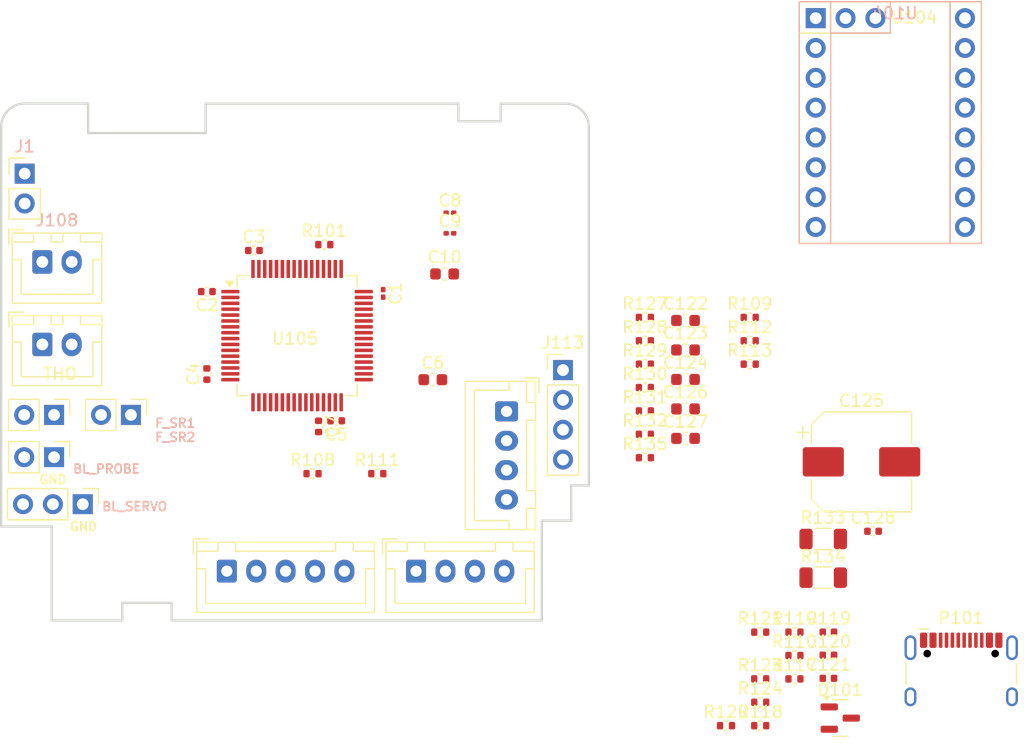
<source format=kicad_pcb>
(kicad_pcb (version 20241229) (generator "pcbnew") (generator_version "9.0")
  (layers (0 "F.Cu" signal) (2 "B.Cu" signal) (13 "F.Paste" user) (15 "B.Paste" user) (5 "F.SilkS" user "F.Silkscreen") (7 "B.SilkS" user "B.Silkscreen") (1 "F.Mask" user) (3 "B.Mask" user) (25 "Edge.Cuts" user))
  (net 0 "")
  (net 1 "GND")
  (net 2 "+24V")
  (net 3 "+3V3")
  (net 4 "Net-(J1-Pin_1)")
  (net 5 "GND3")
  (net 6 "/mainio/FIL_SNS2")
  (net 7 "/accelerometer/SDA")
  (net 8 "/accelerometer/SCL")
  (net 9 "/mainio/PCF_TACH")
  (net 10 "/mainio/BL_SERVO")
  (net 11 "/mainio/SPARE_FAN_TACH")
  (net 12 "/mainio/FIL_SNS1")
  (net 13 "/mainio/BL_PROBE")
  (net 14 "/mainio/SPARE_FAN_PWM")
  (net 15 "VBUS")
  (net 16 "/mainio/EXF_PWM")
  (net 17 "/mainio/THO")
  (net 18 "/mainio/HE_SIG")
  (net 19 "/mainio/EXF_TACH")
  (net 20 "/mainio/PCF_PWM")
  (net 21 "3V3")
  (net 22 "+5V")
  (net 23 "+3.3VADC")
  (net 24 "/power/USB_D+")
  (net 25 "/power/USB_D-")
  (net 26 "/mcu_stm32/MT_UART_TX")
  (net 27 "/mcu_stm32/MT_UART_RX")
  (net 28 "/mcu_stm32/MT_STEP")
  (net 29 "/mcu_stm32/MT_DIR")
  (net 30 "/mcu_stm32/MT_ENABLE")
  (net 31 "/mcu_stm32/MT_DIAG")
  (net 32 "+3V3A")
  (net 33 "/mcu_stm32/USB_D+")
  (net 34 "/mcu_stm32/SWDIO")
  (net 35 "/mcu_stm32/USB_D-")
  (net 36 "/mcu_stm32/FIL_SNS_ADC")
  (net 37 "/mcu_stm32/THO")
  (net 38 "/mcu_stm32/SWCLK")
  (net 39 "Net-(C119-Pad1)")
  (net 40 "Net-(C120-Pad1)")
  (net 41 "Net-(U104-CPI)")
  (net 42 "Net-(U104-CPO)")
  (net 43 "Net-(U104-VCP)")
  (net 44 "Net-(D101-K-Pad3)")
  (net 45 "Net-(EXM101-Pin_4)")
  (net 46 "Net-(EXM101-Pin_3)")
  (net 47 "Net-(EXM101-Pin_1)")
  (net 48 "Net-(EXM101-Pin_2)")
  (net 49 "Net-(J104-Pin_1)")
  (net 50 "Net-(J105-Pin_2)")
  (net 52 "Net-(J106-Pin_2)")
  (net 53 "Net-(J107-Pin_4)")
  (net 55 "Net-(J107-Pin_5)")
  (net 56 "Net-(J108-Pin_2)")
  (net 57 "Net-(J109-Pin_3)")
  (net 58 "Net-(J109-Pin_4)")
  (net 59 "Net-(P101-CC)")
  (net 60 "Net-(U104-CLK)")
  (net 61 "Net-(U104-~{EN})")
  (net 62 "Net-(U104-STEP)")
  (net 63 "Net-(U104-DIR)")
  (net 64 "Net-(U104-BRA)")
  (net 65 "Net-(U104-BRB)")
  (net 66 "Net-(U104-DIAG)")
  (net 73 "Net-(U105-VREF+)")
  (net 82 "Net-(U105-PF0)")
  (net 85 "Net-(U105-PB8)")
  (net 89 "Net-(U105-PF1)")
  (net 90 "Net-(J114-Pin_1)")
  (footprint "Capacitor_SMD:C_0402_1005Metric" (layer "F.Cu") (at 78.5 87 180)
    (property "Reference" "C5" (at 0 -1.16 0) (layer "F.SilkS"))
    (property "Value" "100nF")
    (pad "1" smd roundrect (at -0.48 0 180) (size 0.56 0.62) (layers "F.Cu" "F.Mask" "F.Paste") (net 3 "+3V3"))
    (pad "2" smd roundrect (at 0.48 0 180) (size 0.56 0.62) (layers "F.Cu" "F.Mask" "F.Paste") (net 1 "GND"))
  )
  (footprint "Resistor_SMD:R_0402_1005Metric" (layer "F.Cu") (at 117.49 106.985)
    (property "Reference" "R110" (at 0 -1.17 0) (layer "F.SilkS"))
    (property "Value" "4.7kR")
    (pad "1" smd roundrect (at -0.51 0) (size 0.54 0.64) (layers "F.Cu" "F.Mask" "F.Paste") (net 23 "+3.3VADC"))
    (pad "2" smd roundrect (at 0.51 0) (size 0.54 0.64) (layers "F.Cu" "F.Mask" "F.Paste") (net 49 "Net-(J104-Pin_1)"))
  )
  (footprint "Connector_PinHeader_2.54mm:PinHeader_1x02_P2.54mm_Vertical" (layer "F.Cu") (at 54.5 86.5 -90)
    (property "Reference" "J105" (hide yes))
    (property "Value" "F_SR2" (at 1.9 -10.3 0) (layer "B.SilkS") (effects (font (size 0.75 0.75))))
    (pad "1" thru_hole rect (at 0 0 270) (size 1.7 1.7) (drill 1) (layers "*.Cu" "*.Mask") (net 1 "GND"))
    (pad "2" thru_hole oval (at 0 2.54 270) (size 1.7 1.7) (drill 1) (layers "*.Cu" "*.Mask") (net 50 "Net-(J105-Pin_2)"))
  )
  (footprint "Resistor_SMD:R_1206_3216Metric" (layer "F.Cu") (at 119.94 100.355)
    (property "Reference" "R134" (at 0 -1.82 0) (layer "F.SilkS"))
    (property "Value" "100mΩ")
    (pad "1" smd roundrect (at -1.4625 0) (size 1.125 1.75) (layers "F.Cu" "F.Mask" "F.Paste") (roundrect_rratio 0.222222) (net 65 "Net-(U104-BRB)"))
    (pad "2" smd roundrect (at 1.4625 0) (size 1.125 1.75) (layers "F.Cu" "F.Mask" "F.Paste") (roundrect_rratio 0.222222) (net 1 "GND"))
  )
  (footprint "Connector_PinHeader_2.54mm:PinHeader_1x02_P2.54mm_Vertical" (layer "F.Cu") (at 61.04 86.5 -90)
    (property "Reference" "J106" (hide yes))
    (property "Value" "F_SR1" (at 0.7 -3.76 180) (layer "B.SilkS") (effects (font (size 0.75 0.75))))
    (pad "1" thru_hole rect (at 0 0 270) (size 1.7 1.7) (drill 1) (layers "*.Cu" "*.Mask"))
    (pad "2" thru_hole oval (at 0 2.54 270) (size 1.7 1.7) (drill 1) (layers "*.Cu" "*.Mask") (net 52 "Net-(J106-Pin_2)"))
  )
  (footprint "Package_QFP:LQFP-64_10x10mm_P0.5mm" (layer "F.Cu") (at 75.175 79.75)
    (property "Reference" "U105" (at -0.175 0.25 0) (layer "F.SilkS"))
    (property "Value" "STM32G474RBTx")
    (pad "1" smd roundrect (at -5.675 -3.75) (size 1.55 0.3) (layers "F.Cu" "F.Mask" "F.Paste") (net 3 "+3V3"))
    (pad "2" smd roundrect (at -5.675 -3.25) (size 1.55 0.3) (layers "F.Cu" "F.Mask" "F.Paste"))
    (pad "3" smd roundrect (at -5.675 -2.75) (size 1.55 0.3) (layers "F.Cu" "F.Mask" "F.Paste"))
    (pad "4" smd roundrect (at -5.675 -2.25) (size 1.55 0.3) (layers "F.Cu" "F.Mask" "F.Paste"))
    (pad "5" smd roundrect (at -5.675 -1.75) (size 1.55 0.3) (layers "F.Cu" "F.Mask" "F.Paste") (net 82 "Net-(U105-PF0)"))
    (pad "6" smd roundrect (at -5.675 -1.25) (size 1.55 0.3) (layers "F.Cu" "F.Mask" "F.Paste") (net 89 "Net-(U105-PF1)"))
    (pad "7" smd roundrect (at -5.675 -0.75) (size 1.55 0.3) (layers "F.Cu" "F.Mask" "F.Paste") (net 90 "Net-(J114-Pin_1)"))
    (pad "8" smd roundrect (at -5.675 -0.25) (size 1.55 0.3) (layers "F.Cu" "F.Mask" "F.Paste"))
    (pad "9" smd roundrect (at -5.675 0.25) (size 1.55 0.3) (layers "F.Cu" "F.Mask" "F.Paste"))
    (pad "10" smd roundrect (at -5.675 0.75) (size 1.55 0.3) (layers "F.Cu" "F.Mask" "F.Paste"))
    (pad "11" smd roundrect (at -5.675 1.25) (size 1.55 0.3) (layers "F.Cu" "F.Mask" "F.Paste"))
    (pad "12" smd roundrect (at -5.675 1.75) (size 1.55 0.3) (layers "F.Cu" "F.Mask" "F.Paste"))
    (pad "13" smd roundrect (at -5.675 2.25) (size 1.55 0.3) (layers "F.Cu" "F.Mask" "F.Paste"))
    (pad "14" smd roundrect (at -5.675 2.75) (size 1.55 0.3) (layers "F.Cu" "F.Mask" "F.Paste"))
    (pad "15" smd roundrect (at -5.675 3.25) (size 1.55 0.3) (layers "F.Cu" "F.Mask" "F.Paste") (net 1 "GND"))
    (pad "16" smd roundrect (at -5.675 3.75) (size 1.55 0.3) (layers "F.Cu" "F.Mask" "F.Paste") (net 3 "+3V3"))
    (pad "17" smd roundrect (at -3.75 5.675) (size 0.3 1.55) (layers "F.Cu" "F.Mask" "F.Paste"))
    (pad "18" smd roundrect (at -3.25 5.675) (size 0.3 1.55) (layers "F.Cu" "F.Mask" "F.Paste"))
    (pad "19" smd roundrect (at -2.75 5.675) (size 0.3 1.55) (layers "F.Cu" "F.Mask" "F.Paste"))
    (pad "20" smd roundrect (at -2.25 5.675) (size 0.3 1.55) (layers "F.Cu" "F.Mask" "F.Paste"))
    (pad "21" smd roundrect (at -1.75 5.675) (size 0.3 1.55) (layers "F.Cu" "F.Mask" "F.Paste") (net 17 "/mainio/THO"))
    (pad "22" smd roundrect (at -1.25 5.675) (size 0.3 1.55) (layers "F.Cu" "F.Mask" "F.Paste") (net 6 "/mainio/FIL_SNS2"))
    (pad "23" smd roundrect (at -0.75 5.675) (size 0.3 1.55) (layers "F.Cu" "F.Mask" "F.Paste") (net 12 "/mainio/FIL_SNS1"))
    (pad "24" smd roundrect (at -0.25 5.675) (size 0.3 1.55) (layers "F.Cu" "F.Mask" "F.Paste") (net 37 "/mcu_stm32/THO"))
    (pad "25" smd roundrect (at 0.25 5.675) (size 0.3 1.55) (layers "F.Cu" "F.Mask" "F.Paste") (net 36 "/mcu_stm32/FIL_SNS_ADC"))
    (pad "26" smd roundrect (at 0.75 5.675) (size 0.3 1.55) (layers "F.Cu" "F.Mask" "F.Paste"))
    (pad "27" smd roundrect (at 1.25 5.675) (size 0.3 1.55) (layers "F.Cu" "F.Mask" "F.Paste") (net 1 "GND"))
    (pad "28" smd roundrect (at 1.75 5.675) (size 0.3 1.55) (layers "F.Cu" "F.Mask" "F.Paste") (net 73 "Net-(U105-VREF+)"))
    (pad "29" smd roundrect (at 2.25 5.675) (size 0.3 1.55) (layers "F.Cu" "F.Mask" "F.Paste") (net 32 "+3V3A"))
    (pad "30" smd roundrect (at 2.75 5.675) (size 0.3 1.55) (layers "F.Cu" "F.Mask" "F.Paste"))
    (pad "31" smd roundrect (at 3.25 5.675) (size 0.3 1.55) (layers "F.Cu" "F.Mask" "F.Paste") (net 1 "GND"))
    (pad "32" smd roundrect (at 3.75 5.675) (size 0.3 1.55) (layers "F.Cu" "F.Mask" "F.Paste") (net 3 "+3V3"))
    (pad "33" smd roundrect (at 5.675 3.75) (size 1.55 0.3) (layers "F.Cu" "F.Mask" "F.Paste"))
    (pad "34" smd roundrect (at 5.675 3.25) (size 1.55 0.3) (layers "F.Cu" "F.Mask" "F.Paste") (net 18 "/mainio/HE_SIG"))
    (pad "35" smd roundrect (at 5.675 2.75) (size 1.55 0.3) (layers "F.Cu" "F.Mask" "F.Paste") (net 16 "/mainio/EXF_PWM"))
    (pad "36" smd roundrect (at 5.675 2.25) (size 1.55 0.3) (layers "F.Cu" "F.Mask" "F.Paste") (net 20 "/mainio/PCF_PWM"))
    (pad "37" smd roundrect (at 5.675 1.75) (size 1.55 0.3) (layers "F.Cu" "F.Mask" "F.Paste") (net 14 "/mainio/SPARE_FAN_PWM"))
    (pad "38" smd roundrect (at 5.675 1.25) (size 1.55 0.3) (layers "F.Cu" "F.Mask" "F.Paste") (net 19 "/mainio/EXF_TACH"))
    (pad "39" smd roundrect (at 5.675 0.75) (size 1.55 0.3) (layers "F.Cu" "F.Mask" "F.Paste") (net 9 "/mainio/PCF_TACH"))
    (pad "40" smd roundrect (at 5.675 0.25) (size 1.55 0.3) (layers "F.Cu" "F.Mask" "F.Paste") (net 11 "/mainio/SPARE_FAN_TACH"))
    (pad "41" smd roundrect (at 5.675 -0.25) (size 1.55 0.3) (layers "F.Cu" "F.Mask" "F.Paste") (net 10 "/mainio/BL_SERVO"))
    (pad "42" smd roundrect (at 5.675 -0.75) (size 1.55 0.3) (layers "F.Cu" "F.Mask" "F.Paste") (net 13 "/mainio/BL_PROBE"))
    (pad "43" smd roundrect (at 5.675 -1.25) (size 1.55 0.3) (layers "F.Cu" "F.Mask" "F.Paste"))
    (pad "44" smd roundrect (at 5.675 -1.75) (size 1.55 0.3) (layers "F.Cu" "F.Mask" "F.Paste"))
    (pad "45" smd roundrect (at 5.675 -2.25) (size 1.55 0.3) (layers "F.Cu" "F.Mask" "F.Paste") (net 35 "/mcu_stm32/USB_D-"))
    (pad "46" smd roundrect (at 5.675 -2.75) (size 1.55 0.3) (layers "F.Cu" "F.Mask" "F.Paste") (net 33 "/mcu_stm32/USB_D+"))
    (pad "47" smd roundrect (at 5.675 -3.25) (size 1.55 0.3) (layers "F.Cu" "F.Mask" "F.Paste") (net 1 "GND"))
    (pad "48" smd roundrect (at 5.675 -3.75) (size 1.55 0.3) (layers "F.Cu" "F.Mask" "F.Paste") (net 3 "+3V3"))
    (pad "49" smd roundrect (at 3.75 -5.675) (size 0.3 1.55) (layers "F.Cu" "F.Mask" "F.Paste") (net 34 "/mcu_stm32/SWDIO"))
    (pad "50" smd roundrect (at 3.25 -5.675) (size 0.3 1.55) (layers "F.Cu" "F.Mask" "F.Paste") (net 38 "/mcu_stm32/SWCLK"))
    (pad "51" smd roundrect (at 2.75 -5.675) (size 0.3 1.55) (layers "F.Cu" "F.Mask" "F.Paste") (net 8 "/accelerometer/SCL"))
    (pad "52" smd roundrect (at 2.25 -5.675) (size 0.3 1.55) (layers "F.Cu" "F.Mask" "F.Paste") (net 26 "/mcu_stm32/MT_UART_TX"))
    (pad "53" smd roundrect (at 1.75 -5.675) (size 0.3 1.55) (layers "F.Cu" "F.Mask" "F.Paste") (net 27 "/mcu_stm32/MT_UART_RX"))
    (pad "54" smd roundrect (at 1.25 -5.675) (size 0.3 1.55) (layers "F.Cu" "F.Mask" "F.Paste") (net 30 "/mcu_stm32/MT_ENABLE"))
    (pad "55" smd roundrect (at 0.75 -5.675) (size 0.3 1.55) (layers "F.Cu" "F.Mask" "F.Paste") (net 28 "/mcu_stm32/MT_STEP"))
    (pad "56" smd roundrect (at 0.25 -5.675) (size 0.3 1.55) (layers "F.Cu" "F.Mask" "F.Paste"))
    (pad "57" smd roundrect (at -0.25 -5.675) (size 0.3 1.55) (layers "F.Cu" "F.Mask" "F.Paste") (net 29 "/mcu_stm32/MT_DIR"))
    (pad "58" smd roundrect (at -0.75 -5.675) (size 0.3 1.55) (layers "F.Cu" "F.Mask" "F.Paste") (net 31 "/mcu_stm32/MT_DIAG"))
    (pad "59" smd roundrect (at -1.25 -5.675) (size 0.3 1.55) (layers "F.Cu" "F.Mask" "F.Paste"))
    (pad "60" smd roundrect (at -1.75 -5.675) (size 0.3 1.55) (layers "F.Cu" "F.Mask" "F.Paste") (net 7 "/accelerometer/SDA"))
    (pad "61" smd roundrect (at -2.25 -5.675) (size 0.3 1.55) (layers "F.Cu" "F.Mask" "F.Paste") (net 85 "Net-(U105-PB8)"))
    (pad "62" smd roundrect (at -2.75 -5.675) (size 0.3 1.55) (layers "F.Cu" "F.Mask" "F.Paste"))
    (pad "63" smd roundrect (at -3.25 -5.675) (size 0.3 1.55) (layers "F.Cu" "F.Mask" "F.Paste") (net 1 "GND"))
    (pad "64" smd roundrect (at -3.75 -5.675) (size 0.3 1.55) (layers "F.Cu" "F.Mask" "F.Paste") (net 3 "+3V3"))
  )
  (footprint "Capacitor_SMD:C_0603_1608Metric" (layer "F.Cu") (at 108.225 88.5)
    (property "Reference" "C127" (at 0 -1.43 0) (layer "F.SilkS"))
    (property "Value" "4.7uF")
    (pad "1" smd roundrect (at -0.775 0) (size 0.9 0.95) (layers "F.Cu" "F.Mask" "F.Paste") (net 1 "GND"))
    (pad "2" smd roundrect (at 0.775 0) (size 0.9 0.95) (layers "F.Cu" "F.Mask" "F.Paste") (net 22 "+5V"))
  )
  (footprint "Connector_PinHeader_2.54mm:PinHeader_1x02_P2.54mm_Vertical" (layer "F.Cu") (at 52 65.96)
    (property "Reference" "J1" (at 0 -2.33 0) (layer "B.SilkS"))
    (property "Value" "Conn_01x02_Pin" (hide yes))
    (pad "1" thru_hole rect (at 0 0) (size 1.7 1.7) (drill 1) (layers "*.Cu" "*.Mask") (net 4 "Net-(J1-Pin_1)"))
    (pad "2" thru_hole oval (at 0 2.54) (size 1.7 1.7) (drill 1) (layers "*.Cu" "*.Mask") (net 5 "GND3"))
  )
  (footprint "Connector_PinHeader_2.54mm:PinHeader_1x04_P2.54mm_Vertical" (layer "F.Cu") (at 97.8 82.68)
    (property "Reference" "J113" (at 0 -2.33 0) (layer "F.SilkS"))
    (property "Value" "ADXL345")
    (pad "1" thru_hole rect (at 0 0) (size 1.7 1.7) (drill 1) (layers "*.Cu" "*.Mask") (net 3 "+3V3"))
    (pad "2" thru_hole oval (at 0 2.54) (size 1.7 1.7) (drill 1) (layers "*.Cu" "*.Mask") (net 1 "GND"))
    (pad "3" thru_hole oval (at 0 5.08) (size 1.7 1.7) (drill 1) (layers "*.Cu" "*.Mask") (net 7 "/accelerometer/SDA"))
    (pad "4" thru_hole oval (at 0 7.62) (size 1.7 1.7) (drill 1) (layers "*.Cu" "*.Mask") (net 8 "/accelerometer/SCL"))
  )
  (footprint "Connector_PinHeader_2.54mm:PinHeader_1x02_P2.54mm_Vertical" (layer "F.Cu") (at 54.5 90.1 -90)
    (property "Reference" "J111" (hide yes))
    (property "Value" "BL_PROBE" (at 1 -4.46 180) (layer "B.SilkS") (effects (font (size 0.75 0.75))))
    (pad "1" thru_hole rect (at 0 0 270) (size 1.7 1.7) (drill 1) (layers "*.Cu" "*.Mask") (net 5 "GND3"))
    (pad "2" thru_hole oval (at 0 2.54 270) (size 1.7 1.7) (drill 1) (layers "*.Cu" "*.Mask") (net 13 "/mainio/BL_PROBE"))
  )
  (footprint "Connector_JST:JST_XH_B2B-XH-A_1x02_P2.50mm_Vertical" (layer "F.Cu") (at 53.5 80.5)
    (property "Reference" "J104" (hide yes))
    (property "Value" "THO" (at 1.5 2.5 0) (layer "F.SilkS"))
    (pad "1" thru_hole roundrect (at 0 0) (size 1.7 2) (drill 1) (layers "*.Cu" "*.Mask") (roundrect_rratio 0.147059) (net 49 "Net-(J104-Pin_1)"))
    (pad "2" thru_hole oval (at 2.5 0) (size 1.7 2) (drill 1) (layers "*.Cu" "*.Mask") (net 1 "GND"))
  )
  (footprint "Resistor_SMD:R_0402_1005Metric" (layer "F.Cu") (at 113.685 78.2)
    (property "Reference" "R109" (at 0 -1.17 0) (layer "F.SilkS"))
    (property "Value" "100")
    (pad "1" smd roundrect (at -0.51 0) (size 0.54 0.64) (layers "F.Cu" "F.Mask" "F.Paste") (net 6 "/mainio/FIL_SNS2"))
    (pad "2" smd roundrect (at 0.51 0) (size 0.54 0.64) (layers "F.Cu" "F.Mask" "F.Paste") (net 40 "Net-(C120-Pad1)"))
  )
  (footprint "Resistor_SMD:R_0402_1005Metric" (layer "F.Cu") (at 114.58 110.965)
    (property "Reference" "R124" (at 0 -1.17 0) (layer "F.SilkS"))
    (property "Value" "100")
    (pad "1" smd roundrect (at -0.51 0) (size 0.54 0.64) (layers "F.Cu" "F.Mask" "F.Paste") (net 20 "/mainio/PCF_PWM"))
    (pad "2" smd roundrect (at 0.51 0) (size 0.54 0.64) (layers "F.Cu" "F.Mask" "F.Paste") (net 57 "Net-(J109-Pin_3)"))
  )
  (footprint "Capacitor_SMD:C_0402_1005Metric" (layer "F.Cu") (at 120.38 108.925)
    (property "Reference" "C121" (at 0 -1.16 0) (layer "F.SilkS"))
    (property "Value" "100nF")
    (pad "1" smd roundrect (at -0.48 0) (size 0.56 0.62) (layers "F.Cu" "F.Mask" "F.Paste") (net 17 "/mainio/THO"))
    (pad "2" smd roundrect (at 0.48 0) (size 0.56 0.62) (layers "F.Cu" "F.Mask" "F.Paste") (net 1 "GND"))
  )
  (footprint "Capacitor_SMD:C_0201_0603Metric" (layer "F.Cu") (at 88.18 69.29)
    (property "Reference" "C8" (at 0 -1.05 0) (layer "F.SilkS"))
    (property "Value" "1uF")
    (pad "1" smd roundrect (at -0.32 0) (size 0.46 0.4) (layers "F.Cu" "F.Mask") (net 32 "+3V3A"))
    (pad "2" smd roundrect (at 0.32 0) (size 0.46 0.4) (layers "F.Cu" "F.Mask") (net 1 "GND"))
  )
  (footprint "Connector_JST:JST_XH_B5B-XH-A_1x05_P2.50mm_Vertical" (layer "F.Cu") (at 69.2 99.8)
    (property "Reference" "J107" (hide yes))
    (property "Value" "EXF")
    (pad "1" thru_hole roundrect (at 0 0) (size 1.7 1.95) (drill 0.95) (layers "*.Cu" "*.Mask") (roundrect_rratio 0.147059))
    (pad "2" thru_hole oval (at 2.5 0) (size 1.7 1.95) (drill 0.95) (layers "*.Cu" "*.Mask") (net 2 "+24V"))
    (pad "3" thru_hole oval (at 5 0) (size 1.7 1.95) (drill 0.95) (layers "*.Cu" "*.Mask") (net 1 "GND"))
    (pad "4" thru_hole oval (at 7.5 0) (size 1.7 1.95) (drill 0.95) (layers "*.Cu" "*.Mask") (net 53 "Net-(J107-Pin_4)"))
    (pad "5" thru_hole oval (at 10 0) (size 1.7 1.95) (drill 0.95) (layers "*.Cu" "*.Mask") (net 55 "Net-(J107-Pin_5)"))
  )
  (footprint "Resistor_SMD:R_0402_1005Metric" (layer "F.Cu") (at 104.765 84.17)
    (property "Reference" "R130" (at 0 -1.17 0) (layer "F.SilkS"))
    (property "Value" "100o")
    (pad "1" smd roundrect (at -0.51 0) (size 0.54 0.64) (layers "F.Cu" "F.Mask" "F.Paste") (net 28 "/mcu_stm32/MT_STEP"))
    (pad "2" smd roundrect (at 0.51 0) (size 0.54 0.64) (layers "F.Cu" "F.Mask" "F.Paste") (net 62 "Net-(U104-STEP)"))
  )
  (footprint "Capacitor_SMD:C_0402_1005Metric" (layer "F.Cu") (at 120.38 104.985)
    (property "Reference" "C119" (at 0 -1.16 0) (layer "F.SilkS"))
    (property "Value" "100nF")
    (pad "1" smd roundrect (at -0.48 0) (size 0.56 0.62) (layers "F.Cu" "F.Mask" "F.Paste") (net 39 "Net-(C119-Pad1)"))
    (pad "2" smd roundrect (at 0.48 0) (size 0.56 0.62) (layers "F.Cu" "F.Mask" "F.Paste") (net 5 "GND3"))
  )
  (footprint "Capacitor_SMD:C_0402_1005Metric" (layer "F.Cu") (at 124.18 96.405)
    (property "Reference" "C128" (at 0 -1.16 0) (layer "F.SilkS"))
    (property "Value" "100nF")
    (pad "1" smd roundrect (at -0.48 0) (size 0.56 0.62) (layers "F.Cu" "F.Mask" "F.Paste") (net 1 "GND"))
    (pad "2" smd roundrect (at 0.48 0) (size 0.56 0.62) (layers "F.Cu" "F.Mask" "F.Paste") (net 21 "3V3"))
  )
  (footprint "Resistor_SMD:R_0402_1005Metric" (layer "F.Cu") (at 76.49 91.5)
    (property "Reference" "R108" (at 0 -1.17 0) (layer "F.SilkS"))
    (property "Value" "100")
    (pad "1" smd roundrect (at -0.51 0) (size 0.54 0.64) (layers "F.Cu" "F.Mask" "F.Paste") (net 12 "/mainio/FIL_SNS1"))
    (pad "2" smd roundrect (at 0.51 0) (size 0.54 0.64) (layers "F.Cu" "F.Mask" "F.Paste") (net 39 "Net-(C119-Pad1)"))
  )
  (footprint "Resistor_SMD:R_0402_1005Metric" (layer "F.Cu") (at 117.49 104.995)
    (property "Reference" "R119" (at 0 -1.17 0) (layer "F.SilkS"))
    (property "Value" "100")
    (pad "1" smd roundrect (at -0.51 0) (size 0.54 0.64) (layers "F.Cu" "F.Mask" "F.Paste") (net 16 "/mainio/EXF_PWM"))
    (pad "2" smd roundrect (at 0.51 0) (size 0.54 0.64) (layers "F.Cu" "F.Mask" "F.Paste") (net 53 "Net-(J107-Pin_4)"))
  )
  (footprint "Capacitor_SMD:C_0603_1608Metric" (layer "F.Cu") (at 108.225 80.97)
    (property "Reference" "C123" (at 0 -1.43 0) (layer "F.SilkS"))
    (property "Value" "100nF 50V")
    (pad "1" smd roundrect (at -0.775 0) (size 0.9 0.95) (layers "F.Cu" "F.Mask" "F.Paste") (net 1 "GND"))
    (pad "2" smd roundrect (at 0.775 0) (size 0.9 0.95) (layers "F.Cu" "F.Mask" "F.Paste") (net 2 "+24V"))
  )
  (footprint "Resistor_SMD:R_0402_1005Metric" (layer "F.Cu") (at 104.765 86.16)
    (property "Reference" "R131" (at 0 -1.17 0) (layer "F.SilkS"))
    (property "Value" "100o")
    (pad "1" smd roundrect (at -0.51 0) (size 0.54 0.64) (layers "F.Cu" "F.Mask" "F.Paste") (net 29 "/mcu_stm32/MT_DIR"))
    (pad "2" smd roundrect (at 0.51 0) (size 0.54 0.64) (layers "F.Cu" "F.Mask" "F.Paste") (net 63 "Net-(U104-DIR)"))
  )
  (footprint "Capacitor_SMD:C_0603_1608Metric" (layer "F.Cu") (at 87.725 74.5)
    (property "Reference" "C10" (at 0 -1.43 0) (layer "F.SilkS"))
    (property "Value" "10uF")
    (pad "1" smd roundrect (at -0.775 0) (size 0.9 0.95) (layers "F.Cu" "F.Mask" "F.Paste") (net 1 "GND"))
    (pad "2" smd roundrect (at 0.775 0) (size 0.9 0.95) (layers "F.Cu" "F.Mask" "F.Paste") (net 3 "+3V3"))
  )
  (footprint "Resistor_SMD:R_0402_1005Metric" (layer "F.Cu") (at 104.765 82.18)
    (property "Reference" "R129" (at 0 -1.17 0) (layer "F.SilkS"))
    (property "Value" "20kΩ")
    (pad "1" smd roundrect (at -0.51 0) (size 0.54 0.64) (layers "F.Cu" "F.Mask" "F.Paste") (net 3 "+3V3"))
    (pad "2" smd roundrect (at 0.51 0) (size 0.54 0.64) (layers "F.Cu" "F.Mask" "F.Paste") (net 61 "Net-(U104-~{EN})"))
  )
  (footprint "Capacitor_SMD:C_0402_1005Metric" (layer "F.Cu") (at 71.5 72.5)
    (property "Reference" "C3" (at 0 -1.16 0) (layer "F.SilkS"))
    (property "Value" "100nF")
    (pad "1" smd roundrect (at -0.48 0) (size 0.56 0.62) (layers "F.Cu" "F.Mask" "F.Paste") (net 3 "+3V3"))
    (pad "2" smd roundrect (at 0.48 0) (size 0.56 0.62) (layers "F.Cu" "F.Mask" "F.Paste") (net 1 "GND"))
  )
  (footprint "Resistor_SMD:R_1206_3216Metric" (layer "F.Cu") (at 119.94 97.065)
    (property "Reference" "R133" (at 0 -1.82 0) (layer "F.SilkS"))
    (property "Value" "100mΩ")
    (pad "1" smd roundrect (at -1.4625 0) (size 1.125 1.75) (layers "F.Cu" "F.Mask" "F.Paste") (roundrect_rratio 0.222222) (net 64 "Net-(U104-BRA)"))
    (pad "2" smd roundrect (at 1.4625 0) (size 1.125 1.75) (layers "F.Cu" "F.Mask" "F.Paste") (roundrect_rratio 0.222222) (net 1 "GND"))
  )
  (footprint "OpenA1K:TMC2209 Footprint" (layer "F.Cu") (at 119.3 52.72)
    (property "Reference" "U104" (at 6.35 -0.0635 0) (layer "F.SilkS") (effects (justify left)))
    (property "Value" "TMC2209-LA" (hide yes))
    (fp_text user "${REFERENCE}" (at 8.763869 0.1635 0) (layer "B.SilkS") (effects (justify left bottom mirror)))
    (pad "1" thru_hole rect (at 0 0) (size 1.7 1.7) (drill 1) (layers "*.Cu" "*.Mask") (net 47 "Net-(EXM101-Pin_1)"))
    (pad "2" thru_hole circle (at 0 2.54) (size 1.7 1.7) (drill 1) (layers "*.Cu" "*.Mask") (net 61 "Net-(U104-~{EN})"))
    (pad "3" thru_hole circle (at 0 5.08) (size 1.7 1.7) (drill 1) (layers "*.Cu" "*.Mask") (net 1 "GND"))
    (pad "4" thru_hole circle (at 0 7.62) (size 1.7 1.7) (drill 1) (layers "*.Cu" "*.Mask") (net 42 "Net-(U104-CPO)"))
    (pad "5" thru_hole circle (at 0 10.16) (size 1.7 1.7) (drill 1) (layers "*.Cu" "*.Mask") (net 41 "Net-(U104-CPI)"))
    (pad "6" thru_hole circle (at 0 12.7) (size 1.7 1.7) (drill 1) (layers "*.Cu" "*.Mask") (net 43 "Net-(U104-VCP)"))
    (pad "7" thru_hole circle (at 0 15.24) (size 1.7 1.7) (drill 1) (layers "*.Cu" "*.Mask"))
    (pad "8" thru_hole circle (at 0 17.78) (size 1.7 1.7) (drill 1) (layers "*.Cu" "*.Mask") (net 22 "+5V"))
    (pad "9" thru_hole circle (at 12.7 17.78) (size 1.7 1.7) (drill 1) (layers "*.Cu" "*.Mask") (net 1 "GND"))
    (pad "10" thru_hole circle (at 12.7 15.24) (size 1.7 1.7) (drill 1) (layers "*.Cu" "*.Mask") (net 1 "GND"))
    (pad "11" thru_hole circle (at 12.7 12.7) (size 1.7 1.7) (drill 1) (layers "*.Cu" "*.Mask") (net 66 "Net-(U104-DIAG)"))
    (pad "12" thru_hole circle (at 12.7 10.16) (size 1.7 1.7) (drill 1) (layers "*.Cu" "*.Mask"))
    (pad "13" thru_hole circle (at 12.7 7.62) (size 1.7 1.7) (drill 1) (layers "*.Cu" "*.Mask") (net 60 "Net-(U104-CLK)"))
    (pad "14" thru_hole circle (at 12.7 5.08) (size 1.7 1.7) (drill 1) (layers "*.Cu" "*.Mask") (net 26 "/mcu_stm32/MT_UART_TX"))
    (pad "15" thru_hole circle (at 12.7 2.54) (size 1.7 1.7) (drill 1) (layers "*.Cu" "*.Mask") (net 21 "3V3"))
    (pad "16" thru_hole circle (at 12.7 0) (size 1.7 1.7) (drill 1) (layers "*.Cu" "*.Mask") (net 62 "Net-(U104-STEP)"))
    (pad "17" thru_hole circle (at 2.54 0) (size 1.7 1.7) (drill 1) (layers "*.Cu" "*.Mask"))
    (pad "18" thru_hole circle (at 5.08 0) (size 1.7 1.7) (drill 1) (layers "*.Cu" "*.Mask") (net 1 "GND"))
  )
  (footprint "Connector_USB:USB_C_Receptacle_HCTL_HC-TYPE-C-16P-01A" (layer "F.Cu") (at 131.68 109.425)
    (property "Reference" "P101" (at 0 -5.645 0) (layer "F.SilkS"))
    (property "Value" "USB_C_Plug")
    (pad "" np_thru_hole circle (at -2.89 -2.605) (size 0.65 0.65) (drill 0.65) (layers "*.Mask"))
    (pad "" np_thru_hole circle (at 2.89 -2.605) (size 0.65 0.65) (drill 0.65) (layers "*.Mask"))
    (pad "A1" smd roundrect (at -3.2 -3.745) (size 0.6 1.3) (layers "F.Cu" "F.Mask" "F.Paste") (net 1 "GND"))
    (pad "A4" smd roundrect (at -2.4 -3.745) (size 0.6 1.3) (layers "F.Cu" "F.Mask" "F.Paste") (net 2 "+24V"))
    (pad "A5" smd roundrect (at -1.25 -3.745) (size 0.3 1.3) (layers "F.Cu" "F.Mask" "F.Paste") (net 59 "Net-(P101-CC)"))
    (pad "A6" smd roundrect (at -0.25 -3.745) (size 0.3 1.3) (layers "F.Cu" "F.Mask" "F.Paste") (net 24 "/power/USB_D+"))
    (pad "A7" smd roundrect (at 0.25 -3.745) (size 0.3 1.3) (layers "F.Cu" "F.Mask" "F.Paste") (net 25 "/power/USB_D-"))
    (pad "A8" smd roundrect (at 1.25 -3.745) (size 0.3 1.3) (layers "F.Cu" "F.Mask" "F.Paste") (net 15 "VBUS"))
    (pad "A9" smd roundrect (at 2.4 -3.745) (size 0.6 1.3) (layers "F.Cu" "F.Mask" "F.Paste") (net 2 "+24V"))
    (pad "A12" smd roundrect (at 3.2 -3.745) (size 0.6 1.3) (layers "F.Cu" "F.Mask" "F.Paste") (net 1 "GND"))
    (pad "B1" smd roundrect (at 3.2 -3.745) (size 0.6 1.3) (layers "F.Cu" "F.Mask" "F.Paste") (net 1 "GND"))
    (pad "B4" smd roundrect (at 2.4 -3.745) (size 0.6 1.3) (layers "F.Cu" "F.Mask" "F.Paste") (net 2 "+24V"))
    (pad "B5" smd roundrect (at 1.75 -3.745) (size 0.3 1.3) (layers "F.Cu" "F.Mask" "F.Paste") (net 59 "Net-(P101-CC)"))
    (pad "B6" smd roundrect (at 0.75 -3.745) (size 0.3 1.3) (layers "F.Cu" "F.Mask" "F.Paste"))
    (pad "B7" smd roundrect (at -0.75 -3.745) (size 0.3 1.3) (layers "F.Cu" "F.Mask" "F.Paste"))
    (pad "B8" smd roundrect (at -1.75 -3.745) (size 0.3 1.3) (layers "F.Cu" "F.Mask" "F.Paste") (net 15 "VBUS"))
    (pad "B9" smd roundrect (at -2.4 -3.745) (size 0.6 1.3) (layers "F.Cu" "F.Mask" "F.Paste") (net 2 "+24V"))
    (pad "B12" smd roundrect (at -3.2 -3.745) (size 0.6 1.3) (layers "F.Cu" "F.Mask" "F.Paste") (net 1 "GND"))
    (pad "S1" thru_hole oval (at -4.32 -3.105) (size 1 2.1) (drill oval 0.6 1.7) (property pad_prop_heatsink) (layers "*.Cu" "*.Mask") (net 1 "GND"))
    (pad "S1" thru_hole oval (at -4.32 1.075) (size 1 1.6) (drill oval 0.6 1.2) (property pad_prop_heatsink) (layers "*.Cu" "*.Mask") (net 1 "GND"))
    (pad "S1" thru_hole oval (at 4.32 -3.105) (size 1 2.1) (drill oval 0.6 1.7) (property pad_prop_heatsink) (layers "*.Cu" "*.Mask") (net 1 "GND"))
    (pad "S1" thru_hole oval (at 4.32 1.075) (size 1 1.6) (drill oval 0.6 1.2) (property pad_prop_heatsink) (layers "*.Cu" "*.Mask") (net 1 "GND"))
  )
  (footprint "Resistor_SMD:R_0402_1005Metric" (layer "F.Cu") (at 104.765 78.2)
    (property "Reference" "R127" (at 0 -1.17 0) (layer "F.SilkS"))
    (property "Value" "20kΩ")
    (pad "1" smd roundrect (at -0.51 0) (size 0.54 0.64) (layers "F.Cu" "F.Mask" "F.Paste") (net 1 "GND"))
    (pad "2" smd roundrect (at 0.51 0) (size 0.54 0.64) (layers "F.Cu" "F.Mask" "F.Paste") (net 60 "Net-(U104-CLK)"))
  )
  (footprint "Connector_JST:JST_XH_B4B-XH-A_1x04_P2.50mm_Vertical" (layer "F.Cu") (at 93 86.2 -90)
    (property "Reference" "EXM101" (hide yes))
    (property "Value" "Conn_01x04")
    (pad "1" thru_hole roundrect (at 0 0 270) (size 1.7 1.95) (drill 0.95) (layers "*.Cu" "*.Mask") (roundrect_rratio 0.147059) (net 47 "Net-(EXM101-Pin_1)"))
    (pad "2" thru_hole oval (at 2.5 0 270) (size 1.7 1.95) (drill 0.95) (layers "*.Cu" "*.Mask") (net 48 "Net-(EXM101-Pin_2)"))
    (pad "3" thru_hole oval (at 5 0 270) (size 1.7 1.95) (drill 0.95) (layers "*.Cu" "*.Mask") (net 46 "Net-(EXM101-Pin_3)"))
    (pad "4" thru_hole oval (at 7.5 0 270) (size 1.7 1.95) (drill 0.95) (layers "*.Cu" "*.Mask") (net 45 "Net-(EXM101-Pin_4)"))
  )
  (footprint "Package_TO_SOT_SMD:SOT-23" (layer "F.Cu") (at 121.39 112.31)
    (property "Reference" "D101" (at 0 -2.4 0) (layer "F.SilkS"))
    (property "Value" "BAV99")
    (pad "1" smd roundrect (at -0.9375 -0.95) (size 1.475 0.6) (layers "F.Cu" "F.Mask" "F.Paste") (net 1 "GND"))
    (pad "2" smd roundrect (at -0.9375 0.95) (size 1.475 0.6) (layers "F.Cu" "F.Mask" "F.Paste") (net 23 "+3.3VADC"))
    (pad "3" smd roundrect (at 0.9375 0) (size 1.475 0.6) (layers "F.Cu" "F.Mask" "F.Paste") (net 44 "Net-(D101-K-Pad3)"))
  )
  (footprint "Resistor_SMD:R_0402_1005Metric" (layer "F.Cu") (at 82 91.5)
    (property "Reference" "R111" (at 0 -1.17 0) (layer "F.SilkS"))
    (property "Value" "2.37kR")
    (pad "1" smd roundrect (at -0.51 0) (size 0.54 0.64) (layers "F.Cu" "F.Mask" "F.Paste") (net 49 "Net-(J104-Pin_1)"))
    (pad "2" smd roundrect (at 0.51 0) (size 0.54 0.64) (layers "F.Cu" "F.Mask" "F.Paste") (net 44 "Net-(D101-K-Pad3)"))
  )
  (footprint "Capacitor_SMD:C_0402_1005Metric" (layer "F.Cu") (at 77 87.48 -90)
    (property "Reference" "C7" (at 0 -1.16 90) (layer "F.SilkS"))
    (property "Value" "10nF")
    (pad "1" smd roundrect (at -0.48 0 270) (size 0.56 0.62) (layers "F.Cu" "F.Mask" "F.Paste") (net 32 "+3V3A"))
    (pad "2" smd roundrect (at 0.48 0 270) (size 0.56 0.62) (layers "F.Cu" "F.Mask" "F.Paste") (net 1 "GND"))
  )
  (footprint "Resistor_SMD:R_0402_1005Metric" (layer "F.Cu") (at 114.58 104.995)
    (property "Reference" "R121" (at 0 -1.17 0) (layer "F.SilkS"))
    (property "Value" "20kR")
    (pad "1" smd roundrect (at -0.51 0) (size 0.54 0.64) (layers "F.Cu" "F.Mask" "F.Paste") (net 18 "/mainio/HE_SIG"))
    (pad "2" smd roundrect (at 0.51 0) (size 0.54 0.64) (layers "F.Cu" "F.Mask" "F.Paste") (net 1 "GND"))
  )
  (footprint "Connector_PinHeader_2.54mm:PinHeader_1x03_P2.54mm_Vertical" (layer "F.Cu") (at 56.94 94.1 -90)
    (property "Reference" "J112" (hide yes))
    (property "Value" "BL_SERVO" (at 0.2 -4.42 0) (layer "B.SilkS") (effects (font (size 0.75 0.75))))
    (pad "1" thru_hole rect (at 0 0 270) (size 1.7 1.7) (drill 1) (layers "*.Cu" "*.Mask") (net 5 "GND3"))
    (pad "2" thru_hole oval (at 0 2.54 270) (size 1.7 1.7) (drill 1) (layers "*.Cu" "*.Mask") (net 3 "+3V3"))
    (pad "3" thru_hole oval (at 0 5.08 270) (size 1.7 1.7) (drill 1) (layers "*.Cu" "*.Mask") (net 10 "/mainio/BL_SERVO"))
  )
  (footprint "Capacitor_SMD:C_0603_1608Metric" (layer "F.Cu") (at 108.225 83.48)
    (property "Reference" "C124" (at 0 -1.43 0) (layer "F.SilkS"))
    (property "Value" "100nF 50V")
    (pad "1" smd roundrect (at -0.775 0) (size 0.9 0.95) (layers "F.Cu" "F.Mask" "F.Paste") (net 1 "GND"))
    (pad "2" smd roundrect (at 0.775 0) (size 0.9 0.95) (layers "F.Cu" "F.Mask" "F.Paste") (net 2 "+24V"))
  )
  (footprint "Capacitor_SMD:C_0402_1005Metric" (layer "F.Cu") (at 67.5 83.02 90)
    (property "Reference" "C4" (at 0 -1.16 90) (layer "F.SilkS"))
    (property "Value" "100nF")
    (pad "1" smd roundrect (at -0.48 0 90) (size 0.56 0.62) (layers "F.Cu" "F.Mask" "F.Paste") (net 3 "+3V3"))
    (pad "2" smd roundrect (at 0.48 0 90) (size 0.56 0.62) (layers "F.Cu" "F.Mask" "F.Paste") (net 1 "GND"))
  )
  (footprint "Capacitor_SMD:C_0201_0603Metric" (layer "F.Cu") (at 88.18 71.04)
    (property "Reference" "C9" (at 0 -1.05 0) (layer "F.SilkS"))
    (property "Value" "1uF")
    (pad "1" smd roundrect (at -0.32 0) (size 0.46 0.4) (layers "F.Cu" "F.Mask") (net 3 "+3V3"))
    (pad "2" smd roundrect (at 0.32 0) (size 0.46 0.4) (layers "F.Cu" "F.Mask") (net 1 "GND"))
  )
  (footprint "Resistor_SMD:R_0402_1005Metric" (layer "F.Cu") (at 111.67 112.955)
    (property "Reference" "R120" (at 0 -1.17 0) (layer "F.SilkS"))
    (property "Value" "10R")
    (pad "1" smd roundrect (at -0.51 0) (size 0.54 0.64) (layers "F.Cu" "F.Mask" "F.Paste") (net 18 "/mainio/HE_SIG"))
    (pad "2" smd roundrect (at 0.51 0) (size 0.54 0.64) (layers "F.Cu" "F.Mask" "F.Paste") (net 18 "/mainio/HE_SIG"))
  )
  (footprint "Capacitor_SMD:C_0603_1608Metric" (layer "F.Cu") (at 108.225 78.46)
    (property "Reference" "C122" (at 0 -1.43 0) (layer "F.SilkS"))
    (property "Value" "22nF 50V")
    (pad "1" smd roundrect (at -0.775 0) (size 0.9 0.95) (layers "F.Cu" "F.Mask" "F.Paste") (net 41 "Net-(U104-CPI)"))
    (pad "2" smd roundrect (at 0.775 0) (size 0.9 0.95) (layers "F.Cu" "F.Mask" "F.Paste") (net 42 "Net-(U104-CPO)"))
  )
  (footprint "Resistor_SMD:R_0402_1005Metric" (layer "F.Cu") (at 117.49 108.975)
    (property "Reference" "R117" (at 0 -1.17 0) (layer "F.SilkS"))
    (property "Value" "2.37kR")
    (pad "1" smd roundrect (at -0.51 0) (size 0.54 0.64) (layers "F.Cu" "F.Mask" "F.Paste") (net 44 "Net-(D101-K-Pad3)"))
    (pad "2" smd roundrect (at 0.51 0) (size 0.54 0.64) (layers "F.Cu" "F.Mask" "F.Paste") (net 17 "/mainio/THO"))
  )
  (footprint "Connector_JST:JST_XH_B2B-XH-A_1x02_P2.50mm_Vertical" (layer "F.Cu") (at 53.5 73.475)
    (property "Reference" "J108" (at 1.25 -3.55 0) (layer "B.SilkS"))
    (property "Value" "HE" (hide yes))
    (pad "1" thru_hole roundrect (at 0 0) (size 1.7 2) (drill 1) (layers "*.Cu" "*.Mask") (roundrect_rratio 0.147059) (net 2 "+24V"))
    (pad "2" thru_hole oval (at 2.5 0) (size 1.7 2) (drill 1) (layers "*.Cu" "*.Mask") (net 56 "Net-(J108-Pin_2)"))
  )
  (footprint "Resistor_SMD:R_0402_1005Metric" (layer "F.Cu") (at 114.58 112.955)
    (property "Reference" "R118" (at 0 -1.17 0) (layer "F.SilkS"))
    (property "Value" "10k")
    (pad "1" smd roundrect (at -0.51 0) (size 0.54 0.64) (layers "F.Cu" "F.Mask" "F.Paste") (net 19 "/mainio/EXF_TACH"))
    (pad "2" smd roundrect (at 0.51 0) (size 0.54 0.64) (layers "F.Cu" "F.Mask" "F.Paste") (net 55 "Net-(J107-Pin_5)"))
  )
  (footprint "Capacitor_SMD:C_0603_1608Metric" (layer "F.Cu") (at 108.225 85.99)
    (property "Reference" "C126" (at 0 -1.43 0) (layer "F.SilkS"))
    (property "Value" "100nF 50V")
    (pad "1" smd roundrect (at -0.775 0) (size 0.9 0.95) (layers "F.Cu" "F.Mask" "F.Paste") (net 2 "+24V"))
    (pad "2" smd roundrect (at 0.775 0) (size 0.9 0.95) (layers "F.Cu" "F.Mask" "F.Paste") (net 43 "Net-(U104-VCP)"))
  )
  (footprint "Resistor_SMD:R_0402_1005Metric" (layer "F.Cu") (at 113.685 80.19)
    (property "Reference" "R112" (at 0 -1.17 0) (layer "F.SilkS"))
    (property "Value" "20k")
    (pad "1" smd roundrect (at -0.51 0) (size 0.54 0.64) (layers "F.Cu" "F.Mask" "F.Paste") (net 39 "Net-(C119-Pad1)"))
    (pad "2" smd roundrect (at 0.51 0) (size 0.54 0.64) (layers "F.Cu" "F.Mask" "F.Paste") (net 52 "Net-(J106-Pin_2)"))
  )
  (footprint "Capacitor_SMD:C_0201_0603Metric" (layer "F.Cu") (at 82.5 76.155 -90)
    (property "Reference" "C1" (at 0 -1.05 90) (layer "F.SilkS"))
    (property "Value" "10uF")
    (pad "1" smd roundrect (at -0.32 0 270) (size 0.46 0.4) (layers "F.Cu" "F.Mask") (net 3 "+3V3"))
    (pad "2" smd roundrect (at 0.32 0 270) (size 0.46 0.4) (layers "F.Cu" "F.Mask") (net 1 "GND"))
  )
  (footprint "Resistor_SMD:R_0402_1005Metric" (layer "F.Cu") (at 114.58 108.975)
    (property "Reference" "R123" (at 0 -1.17 0) (layer "F.SilkS"))
    (property "Value" "10k")
    (pad "1" smd roundrect (at -0.51 0) (size 0.54 0.64) (layers "F.Cu" "F.Mask" "F.Paste") (net 9 "/mainio/PCF_TACH"))
    (pad "2" smd roundrect (at 0.51 0) (size 0.54 0.64) (layers "F.Cu" "F.Mask" "F.Paste") (net 58 "Net-(J109-Pin_4)"))
  )
  (footprint "Resistor_SMD:R_0402_1005Metric" (layer "F.Cu") (at 113.685 82.18)
    (property "Reference" "R113" (at 0 -1.17 0) (layer "F.SilkS"))
    (property "Value" "20k")
    (pad "1" smd roundrect (at -0.51 0) (size 0.54 0.64) (layers "F.Cu" "F.Mask" "F.Paste") (net 40 "Net-(C120-Pad1)"))
    (pad "2" smd roundrect (at 0.51 0) (size 0.54 0.64) (layers "F.Cu" "F.Mask" "F.Paste") (net 50 "Net-(J105-Pin_2)"))
  )
  (footprint "Resistor_SMD:R_0402_1005Metric" (layer "F.Cu") (at 77.49 72)
    (property "Reference" "R101" (at 0 -1.17 0) (layer "F.SilkS"))
    (property "Value" "1k")
    (pad "1" smd roundrect (at -0.51 0) (size 0.54 0.64) (layers "F.Cu" "F.Mask" "F.Paste") (net 27 "/mcu_stm32/MT_UART_RX"))
    (pad "2" smd roundrect (at 0.51 0) (size 0.54 0.64) (layers "F.Cu" "F.Mask" "F.Paste") (net 26 "/mcu_stm32/MT_UART_TX"))
  )
  (footprint "Capacitor_SMD:CP_Elec_8x10" (layer "F.Cu") (at 123.195 90.495)
    (property "Reference" "C125" (at 0 -5.2 0) (layer "F.SilkS"))
    (property "Value" "100uF")
    (pad "1" smd roundrect (at -3.25 0) (size 3.5 2.5) (layers "F.Cu" "F.Mask" "F.Paste") (roundrect_rratio 0.1) (net 2 "+24V"))
    (pad "2" smd roundrect (at 3.25 0) (size 3.5 2.5) (layers "F.Cu" "F.Mask" "F.Paste") (roundrect_rratio 0.1) (net 1 "GND"))
  )
  (footprint "Capacitor_SMD:C_0603_1608Metric" (layer "F.Cu") (at 86.725 83.5)
    (property "Reference" "C6" (at 0 -1.43 0) (layer "F.SilkS"))
    (property "Value" "10uF")
    (pad "1" smd roundrect (at -0.775 0) (size 0.9 0.95) (layers "F.Cu" "F.Mask" "F.Paste") (net 3 "+3V3"))
    (pad "2" smd roundrect (at 0.775 0) (size 0.9 0.95) (layers "F.Cu" "F.Mask" "F.Paste") (net 1 "GND"))
  )
  (footprint "Capacitor_SMD:C_0402_1005Metric" (layer "F.Cu") (at 67.5 76 180)
    (property "Reference" "C2" (at 0 -1.16 0) (layer "F.SilkS"))
    (property "Value" "100nF")
    (pad "1" smd roundrect (at -0.48 0 180) (size 0.56 0.62) (layers "F.Cu" "F.Mask" "F.Paste") (net 3 "+3V3"))
    (pad "2" smd roundrect (at 0.48 0 180) (size 0.56 0.62) (layers "F.Cu" "F.Mask" "F.Paste") (net 1 "GND"))
  )
  (footprint "Connector_JST:JST_XH_B4B-XH-A_1x04_P2.50mm_Vertical" (layer "F.Cu") (at 85.3 99.8)
    (property "Reference" "J109" (hide yes))
    (property "Value" "PCF_FAN")
    (pad "1" thru_hole roundrect (at 0 0) (size 1.7 1.95) (drill 0.95) (layers "*.Cu" "*.Mask") (roundrect_rratio 0.147059) (net 2 "+24V"))
    (pad "2" thru_hole oval (at 2.5 0) (size 1.7 1.95) (drill 0.95) (layers "*.Cu" "*.Mask") (net 1 "GND"))
    (pad "3" thru_hole oval (at 5 0) (size 1.7 1.95) (drill 0.95) (layers "*.Cu" "*.Mask") (net 57 "Net-(J109-Pin_3)"))
    (pad "4" thru_hole oval (at 7.5 0) (size 1.7 1.95) (drill 0.95) (layers "*.Cu" "*.Mask") (net 58 "Net-(J109-Pin_4)"))
  )
  (footprint "Resistor_SMD:R_0402_1005Metric" (layer "F.Cu") (at 104.765 90.14)
    (property "Reference" "R135" (at 0 -1.17 0) (layer "F.SilkS"))
    (property "Value" "100o")
    (pad "1" smd roundrect (at -0.51 0) (size 0.54 0.64) (layers "F.Cu" "F.Mask" "F.Paste") (net 66 "Net-(U104-DIAG)"))
    (pad "2" smd roundrect (at 0.51 0) (size 0.54 0.64) (layers "F.Cu" "F.Mask" "F.Paste") (net 31 "/mcu_stm32/MT_DIAG"))
  )
  (footprint "Resistor_SMD:R_0402_1005Metric" (layer "F.Cu") (at 104.765 80.19)
    (property "Reference" "R128" (at 0 -1.17 0) (layer "F.SilkS"))
    (property "Value" "20kΩ")
    (pad "1" smd roundrect (at -0.51 0) (size 0.54 0.64) (layers "F.Cu" "F.Mask" "F.Paste") (net 1 "GND"))
    (pad "2" smd roundrect (at 0.51 0) (size 0.54 0.64) (layers "F.Cu" "F.Mask" "F.Paste") (net 26 "/mcu_stm32/MT_UART_TX"))
  )
  (footprint "Resistor_SMD:R_0402_1005Metric" (layer "F.Cu") (at 104.765 88.15)
    (property "Reference" "R132" (at 0 -1.17 0) (layer "F.SilkS"))
    (property "Value" "100o")
    (pad "1" smd roundrect (at -0.51 0) (size 0.54 0.64) (layers "F.Cu" "F.Mask" "F.Paste") (net 30 "/mcu_stm32/MT_ENABLE"))
    (pad "2" smd roundrect (at 0.51 0) (size 0.54 0.64) (layers "F.Cu" "F.Mask" "F.Paste") (net 61 "Net-(U104-~{EN})"))
  )
  (footprint "Capacitor_SMD:C_0402_1005Metric" (layer "F.Cu") (at 120.38 106.955)
    (property "Reference" "C120" (at 0 -1.16 0) (layer "F.SilkS"))
    (property "Value" "100nF")
    (pad "1" smd roundrect (at -0.48 0) (size 0.56 0.62) (layers "F.Cu" "F.Mask" "F.Paste") (net 40 "Net-(C120-Pad1)"))
    (pad "2" smd roundrect (at 0.48 0) (size 0.56 0.62) (layers "F.Cu" "F.Mask" "F.Paste") (net 5 "GND3"))
  )
  (gr_line (start 96 95.5) (end 96 104) (stroke (width 0.2)) (layer "Edge.Cuts"))
  (gr_line (start 60.3 104) (end 54.3 104) (stroke (width 0.2)) (layer "Edge.Cuts"))
  (gr_line (start 100 92.5) (end 98.5 92.5) (stroke (width 0.2)) (layer "Edge.Cuts"))
  (gr_line (start 92.5 60) (end 98 60) (stroke (width 0.2)) (layer "Edge.Cuts"))
  (gr_line (start 64.5 102.5) (end 60.3 102.5) (stroke (width 0.2)) (layer "Edge.Cuts"))
  (gr_line (start 67.4 62.5) (end 67.4 60) (stroke (width 0.2)) (layer "Edge.Cuts"))
  (gr_line (start 88.9 61.5) (end 92.5 61.5) (stroke (width 0.2)) (layer "Edge.Cuts"))
  (gr_line (start 98.5 95.5) (end 96 95.5) (stroke (width 0.2)) (layer "Edge.Cuts"))
  (gr_line (start 57.4 59.99) (end 57.4 62.5) (stroke (width 0.2)) (layer "Edge.Cuts"))
  (gr_arc (start 98 59.999975) (mid 99.417762 60.589309) (end 100 62.01) (stroke (width 0.2)) (layer "Edge.Cuts"))
  (gr_line (start 100 92.5) (end 100 62.01) (stroke (width 0.2)) (layer "Edge.Cuts"))
  (gr_line (start 52 59.99) (end 57.4 59.99) (stroke (width 0.2)) (layer "Edge.Cuts"))
  (gr_line (start 92.5 61.5) (end 92.5 60) (stroke (width 0.2)) (layer "Edge.Cuts"))
  (gr_line (start 57.4 62.5) (end 67.4 62.5) (stroke (width 0.2)) (layer "Edge.Cuts"))
  (gr_line (start 67.4 60) (end 88.9 60) (stroke (width 0.2)) (layer "Edge.Cuts"))
  (gr_arc (start 50 61.99) (mid 50.585786 60.575786) (end 52 59.99) (stroke (width 0.2)) (layer "Edge.Cuts"))
  (gr_line (start 54.3 96) (end 50 96) (stroke (width 0.2)) (layer "Edge.Cuts"))
  (gr_line (start 60.3 102.5) (end 60.3 104) (stroke (width 0.2)) (layer "Edge.Cuts"))
  (gr_line (start 88.9 60) (end 88.9 61.5) (stroke (width 0.2)) (layer "Edge.Cuts"))
  (gr_line (start 54.3 104) (end 54.3 96) (stroke (width 0.2)) (layer "Edge.Cuts"))
  (gr_line (start 64.5 104) (end 64.5 102.5) (stroke (width 0.2)) (layer "Edge.Cuts"))
  (gr_line (start 96 104) (end 64.5 104) (stroke (width 0.2)) (layer "Edge.Cuts"))
  (gr_line (start 98.5 92.5) (end 98.5 95.5) (stroke (width 0.2)) (layer "Edge.Cuts"))
  (gr_line (start 50 96) (end 50 61.99) (stroke (width 0.2)) (layer "Edge.Cuts"))
  (gr_text "GND" (at 57 96 0) (layer "F.SilkS") (effects (font (size 0.75 0.75))))
  (gr_text "GND" (at 54.4 92 0) (layer "F.SilkS") (effects (font (size 0.75 0.75))))
)
</source>
